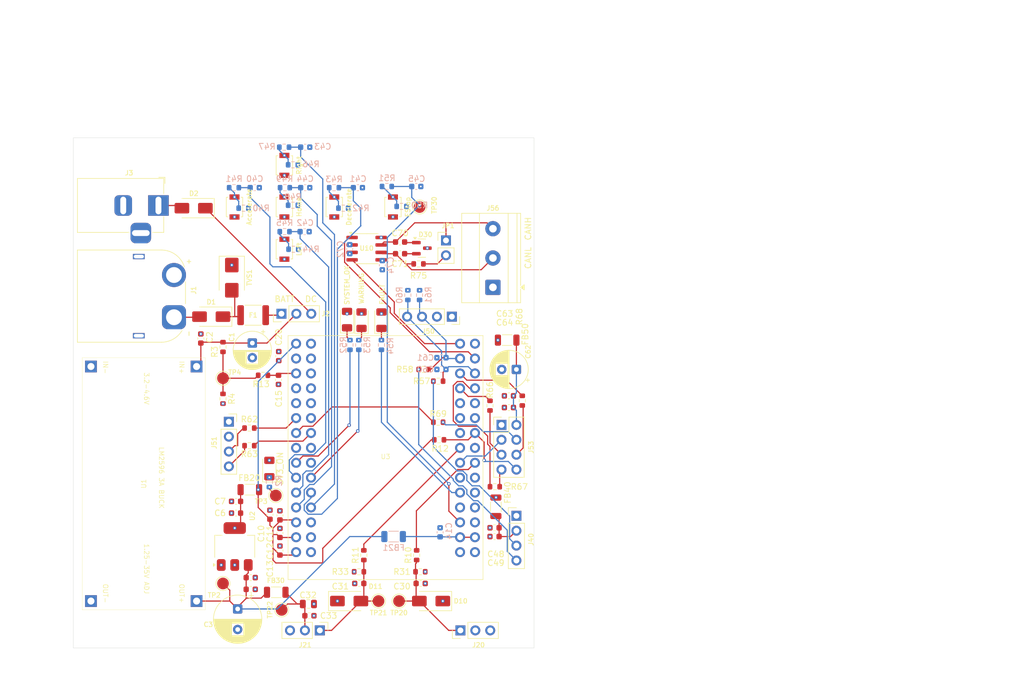
<source format=kicad_pcb>
(kicad_pcb (version 20241229) (generator "pcbnew") (generator_version "9.0")
  (layers (0 "F.Cu" signal) (4 "In1.Cu" jumper "GND") (6 "In2.Cu" power "PWR") (2 "B.Cu" mixed) (13 "F.Paste" user) (15 "B.Paste" user) (5 "F.SilkS" user "F.Silkscreen") (7 "B.SilkS" user "B.Silkscreen") (1 "F.Mask" user) (3 "B.Mask" user) (25 "Edge.Cuts" user))
  (net 0 "")
  (net 1 "/1_Power_Management/GND")
  (net 2 "/1_Power_Management/VBAT_PROTECTED")
  (net 3 "/1_Power_Management/5V_BUCK")
  (net 4 "/2_STM32_Module_Interface/3V3_MODULE")
  (net 5 "/2_STM32_Module_Interface/5V_MODULE")
  (net 6 "Net-(U3-C0)")
  (net 7 "/2_STM32_Module_Interface/PWM_ESC")
  (net 8 "/2_STM32_Module_Interface/PWM_SERVO")
  (net 9 "/3_Motor_ESC_Control/5V_SERVO_CLEAN")
  (net 10 "/2_STM32_Module_Interface/BTN_ACCELERATE")
  (net 11 "/2_STM32_Module_Interface/BTN_DECELERATE")
  (net 12 "/2_STM32_Module_Interface/BTN_STEER_LEFT")
  (net 13 "/2_STM32_Module_Interface/BTN_STEER_RIGHT")
  (net 14 "/2_STM32_Module_Interface/BTN_HOME")
  (net 15 "/2_STM32_Module_Interface/BTN_ESTOP")
  (net 16 "/4_User_Interface/3V3_OLED")
  (net 17 "/4_User_Interface/I2C1_SCL")
  (net 18 "/4_User_Interface/I2C1_SDA")
  (net 19 "/5_Communication_Interfaces/3V3_NRF")
  (net 20 "Net-(J56-Pin_3)")
  (net 21 "Net-(D30-A1)")
  (net 22 "Net-(J56-Pin_2)")
  (net 23 "Net-(D30-A2)")
  (net 24 "Net-(D1-A)")
  (net 25 "Net-(D1-K)")
  (net 26 "Net-(D2-A)")
  (net 27 "Net-(D2-K)")
  (net 29 "Net-(J40-Pin_3)")
  (net 30 "Net-(J40-Pin_4)")
  (net 31 "Net-(J51-Pin_3)")
  (net 32 "Net-(J51-Pin_4)")
  (net 33 "/2_STM32_Module_Interface/NRF_CE")
  (net 34 "Net-(J53-Pin_4)")
  (net 35 "/2_STM32_Module_Interface/SPI1_MISO")
  (net 36 "Net-(J53-Pin_6)")
  (net 37 "/2_STM32_Module_Interface/NRF_IRQ")
  (net 38 "Net-(J53-Pin_5)")
  (net 40 "Net-(JP1-Pin_2)")
  (net 41 "/4_User_Interface/3V3_OUT")
  (net 42 "Net-(LED2-K)")
  (net 43 "Net-(LED20-K)")
  (net 44 "Net-(LED21-K)")
  (net 45 "Net-(LED22-K)")
  (net 46 "/1_Power_Management/VBAT_MON")
  (net 47 "Net-(U3-A9)")
  (net 48 "Net-(U3-A10)")
  (net 49 "/4_User_Interface/BTN1_PULLED_UP")
  (net 50 "/4_User_Interface/BTN2_PULLED_UP")
  (net 51 "/4_User_Interface/BTN3_PULLED_UP")
  (net 52 "/4_User_Interface/BTN4_PULLED_UP")
  (net 53 "/4_User_Interface/BTN5_PULLED_UP")
  (net 54 "/4_User_Interface/BTN6_PULLED_UP")
  (net 55 "/2_STM32_Module_Interface/USER_LED1")
  (net 56 "/2_STM32_Module_Interface/USER_LED2")
  (net 57 "/2_STM32_Module_Interface/USER_LED3")
  (net 58 "/5_Communication_Interfaces/USART2_TX")
  (net 59 "/5_Communication_Interfaces/USART2_RX")
  (net 60 "/2_STM32_Module_Interface/SPI1_SCK")
  (net 61 "/2_STM32_Module_Interface/SPI1_MOSI")
  (net 62 "/2_STM32_Module_Interface/SPI1_NSS")
  (net 63 "/2_STM32_Module_Interface/CAN1_TX")
  (net 75 "/2_STM32_Module_Interface/CAN1_RX")
  (net 88 "Net-(J53-Pin_7)")
  (net 89 "Net-(J2-Pin_2)")
  (footprint "Resistor_SMD:R_0603_1608Metric" (layer "F.Cu") (at 98.675 137 180)
    (property "Reference" "R33")
    (property "Value" "10K" (hide yes))
  )
  (footprint "Capacitor_SMD:C_0603_1608Metric" (layer "F.Cu") (at 80.225 138)
    (property "Reference" "C5" (hide yes))
    (property "Value" "10uF/25V" (hide yes))
  )
  (footprint "Capacitor_SMD:C_0603_1608Metric" (layer "F.Cu") (at 124.225 109 180)
    (property "Reference" "C64")
    (property "Value" "0.1uF" (hide yes))
  )
  (footprint "TestPoint:TestPoint_Pad_D2.0mm" (layer "F.Cu") (at 85.5 143.5 180)
    (property "Reference" "TP22")
    (property "Value" "TP_SERVO_CLEAN" (hide yes))
  )
  (footprint "Capacitor_SMD:C_0603_1608Metric" (layer "F.Cu") (at 105.675 80.77 180)
    (property "Reference" "C70")
    (property "Value" "0.1uF" (hide yes))
  )
  (footprint "Capacitor_SMD:C_0603_1608Metric" (layer "F.Cu") (at 121.775 131 180)
    (property "Reference" "C49")
    (property "Value" "0.1uF" (hide yes))
  )
  (footprint "Connector_PinSocket_2.54mm:PinSocket_2x04_P2.54mm_Vertical" (layer "F.Cu") (at 124.96 111.96)
    (property "Reference" "J53")
    (property "Value" "NRF24_PA_LNA" (hide yes))
  )
  (footprint "LED_SMD:LED_1206_3216Metric" (layer "F.Cu") (at 96.637705 94 90)
    (property "Reference" "LED20" (hide yes))
    (property "Value" "SYSTEM_OK")
  )
  (footprint "Fuse:Fuse_1812_4532Metric" (layer "F.Cu") (at 80.6375 93.25)
    (property "Reference" "F1")
    (property "Value" "1A" (hide yes))
  )
  (footprint "TestPoint:TestPoint_Pad_D2.0mm" (layer "F.Cu") (at 75.5 104 180)
    (property "Reference" "TP4")
    (property "Value" "TP_VBAT_MON" (hide yes))
  )
  (footprint "Capacitor_SMD:C_0603_1608Metric" (layer "F.Cu") (at 85 100.225 -90)
    (property "Reference" "C20")
    (property "Value" "1uF" (hide yes))
  )
  (footprint "Button_Switch_SMD:SW_SPST_B3U-1000P" (layer "F.Cu") (at 85.9625 67.7 90)
    (property "Reference" "SW4" (hide yes))
    (property "Value" "Right")
  )
  (footprint "Resistor_SMD:R_0603_1608Metric" (layer "F.Cu") (at 80 115.5 180)
    (property "Reference" "R63")
    (property "Value" "100" (hide yes))
  )
  (footprint "Capacitor_SMD:C_0603_1608Metric" (layer "F.Cu") (at 121.775 129.5 180)
    (property "Reference" "C48")
    (property "Value" "10uF" (hide yes))
  )
  (footprint "Resistor_SMD:R_0603_1608Metric" (layer "F.Cu") (at 108.825 84.5)
    (property "Reference" "R75")
    (property "Value" "120" (hide yes))
  )
  (footprint "Capacitor_SMD:C_0603_1608Metric" (layer "F.Cu") (at 77.725 125 180)
    (property "Reference" "C7")
    (property "Value" "0.1uF" (hide yes))
  )
  (footprint "Capacitor_SMD:C_0603_1608Metric" (layer "F.Cu") (at 98.725 139 180)
    (property "Reference" "C31")
    (property "Value" "100pF" (hide yes))
  )
  (footprint "Button_Switch_SMD:SW_SPST_B3U-1000P" (layer "F.Cu") (at 94.4625 74.8 90)
    (property "Reference" "SW2" (hide yes))
    (property "Value" "Decelerate")
  )
  (footprint "Capacitor_SMD:C_0603_1608Metric" (layer "F.Cu") (at 84.96 104.275 -90)
    (property "Reference" "C15")
    (property "Value" "0.1uF" (hide yes))
  )
  (footprint "Resistor_SMD:R_0603_1608Metric" (layer "F.Cu") (at 112.175 111.5)
    (property "Reference" "R69")
    (property "Value" "47" (hide yes))
  )
  (footprint "Capacitor_SMD:C_0603_1608Metric" (layer "F.Cu") (at 85.2 127.385 90)
    (property "Reference" "C11")
    (property "Value" "0.1uF" (hide yes))
  )
  (footprint "Diode_SMD:D_SMA" (layer "F.Cu") (at 73.5 93.5 180)
    (property "Reference" "D1")
    (property "Value" "SS34" (hide yes))
  )
  (footprint "Button_Switch_SMD:SW_SPST_B3U-1000P" (layer "F.Cu") (at 85.9625 82 90)
    (property "Reference" "SW3" (hide yes))
    (property "Value" "Left")
  )
  (footprint "Resistor_SMD:R_0603_1608Metric" (layer "F.Cu") (at 109.135 137)
    (property "Reference" "R31")
    (property "Value" "10K" (hide yes))
  )
  (footprint "Inductor_SMD:L_1206_3216Metric" (layer "F.Cu") (at 123.925 97.5)
    (property "Reference" "FB50")
    (property "Value" "600R@100MHz" (hide yes))
  )
  (footprint "Connector_PinHeader_2.54mm:PinHeader_1x04_P2.54mm_Vertical" (layer "F.Cu") (at 125.5 127.46)
    (property "Reference" "J40")
    (property "Value" "OLED_I2C" (hide yes))
  )
  (footprint "Custom_Modules:WeAct_STM32F405" (layer "F.Cu") (at 103.2 138.33)
    (property "Reference" "U3")
    (property "Value" "WeAct STM32F405RG" (hide yes))
  )
  (footprint "Resistor_SMD:R_0603_1608Metric" (layer "F.Cu") (at 121.825 122.5)
    (property "Reference" "R67")
    (property "Value" "47" (hide yes))
  )
  (footprint "Capacitor_THT:CP_Radial_D6.3mm_P2.50mm" (layer "F.Cu") (at 125.5 102.5 180)
    (property "Reference" "C62")
    (property "Value" "220uF/10V" (hide yes))
  )
  (footprint "Connector_PinHeader_2.54mm:PinHeader_1x03_P2.54mm_Vertical" (layer "F.Cu") (at 115.96 147 90)
    (property "Reference" "J20")
    (property "Value" "ESC_HEADER" (hide yes))
  )
  (footprint "Resistor_SMD:R_0603_1608Metric" (layer "F.Cu") (at 112.325 114.5)
    (property "Reference" "R12")
    (property "Value" "10K" (hide yes))
  )
  (footprint "Button_Switch_SMD:SW_SPST_B3U-1000P" (layer "F.Cu") (at 104.4625 74.8 90)
    (property "Reference" "SW6" (hide yes))
    (property "Value" "EStop")
  )
  (footprint "Connector_PinHeader_2.54mm:PinHeader_1x03_P2.54mm_Vertical" (layer "F.Cu") (at 85.46 93 90)
    (property "Reference" "J2")
    (property "Value" "Conn_01x03_Pin" (hide yes))
  )
  (footprint "TestPoint:TestPoint_Pad_D2.0mm" (layer "F.Cu") (at 84.5 124)
    (property "Reference" "TP3")
    (property "Value" "3V3_OUT" (hide yes))
  )
  (footprint "Capacitor_THT:CP_Radial_D8.0mm_P3.50mm" (layer "F.Cu") (at 78 143.347349 -90)
    (property "Reference" "C3")
    (property "Value" "220uF/10V" (hide yes))
  )
  (footprint "Button_Switch_SMD:SW_SPST_B3U-1000P" (layer "F.Cu") (at 85.9625 74.8 90)
    (property "Reference" "SW5" (hide yes))
    (property "Value" "Home")
  )
  (footprint "Resistor_SMD:R_0603_1608Metric" (layer "F.Cu") (at 99.5 134.175 90)
    (property "Reference" "R11")
    (property "Value" "100R" (hide yes))
  )
  (footprint "Resistor_SMD:R_0603_1608Metric" (layer "F.Cu") (at 75.5 98.675 90)
    (property "Reference" "R3")
    (property "Value" "10K" (hide yes))
  )
  (footprint "Connector_BarrelJack:BarrelJack_Horizontal" (layer "F.Cu") (at 64.5 74.5425)
    (property "Reference" "J3")
    (property "Value" "DC_JACK_5.5x2.1" (hide yes))
  )
  (footprint "Capacitor_SMD:C_0603_1608Metric" (layer "F.Cu") (at 105.675 82.77 180)
    (property "Reference" "C71")
    (property "Value" "0.1uF" (hide yes))
  )
  (footprint "LED_SMD:LED_1206_3216Metric" (layer "F.Cu") (at 102.5 94.1 90)
    (property "Reference" "LED22" (hide yes))
    (property "Value" "FAULT")
  )
  (footprint "Resistor_SMD:R_0603_1608Metric" (layer "F.Cu") (at 112.175 104.5 180)
    (property "Reference" "R57")
    (property "Value" "100" (hide yes))
  )
  (footprint "Capacitor_SMD:C_0603_1608Metric" (layer "F.Cu") (at 85.2 133.385 90)
    (property "Reference" "C13")
    (property "Value" "0.1uF" (hide yes))
  )
  (footprint "Diode_SMD:D_SMB" (layer "F.Cu") (at 77 86.85 -90)
    (property "Reference" "TVS1")
    (property "Value" "SMBJ15CA" (hide yes))
  )
  (footprint "Resistor_SMD:R_0603_1608Metric" (layer "F.Cu") (at 75.5 107.5 90)
    (property "Reference" "R4")
    (property "Value" "3.3K" (hide yes))
  )
  (footprint "Resistor_SMD:R_0603_1608Metric" (layer "F.Cu") (at 121 108.675 -90)
    (property "Reference" "R66")
    (property "Value" "47" (hide yes))
  )
  (footprint "Capacitor_SMD:C_0603_1608Metric" (layer "F.Cu") (at 85.2 130.385 90)
    (property "Reference" "C12")
    (property "Value" "0.1uF" (hide yes))
  )
  (footprint "Resistor_SMD:R_0603_1608Metric" (layer "F.Cu") (at 82.325 103.5)
    (property "Reference" "R13")
    (property "Value" "1KR" (hide yes))
  )
  (footprint "Package_TO_SOT_SMD:SOT-23" (layer "F.Cu") (at 109.3875 81.82)
    (property "Reference" "D30")
    (property "Value" "PESD1CAN" (hide yes))
  )
  (footprint "Resistor_SMD:R_0603_1608Metric" (layer "F.Cu") (at 108.5 134.175 90)
    (property "Reference" "R10")
    (property "Value" "100R" (hide yes))
  )
  (footprint "Capacitor_THT:CP_Radial_D6.3mm_P2.50mm" (layer "F.Cu") (at 80.5 98 -90)
    (property "Reference" "C1")
    (property "Value" "100uF/25V" (hide yes))
  )
  (footprint "Package_TO_SOT_SMD:SOT-223-3_TabPin2" (layer "F.Cu") (at 77.5 132.7 90)
    (property "Reference" "U2")
    (property "Value" "AMS1117-3.3" (hide yes))
  )
  (footprint "Capacitor_SMD:C_0603_1608Metric" (layer "F.Cu") (at 83.5 127.275 90)
    (property "Reference" "C10")
    (property "Value" "10uF" (hide yes))
  )
  (footprint "Capacitor_SMD:C_0603_1608Metric" (layer "F.Cu") (at 124.225 107 180)
    (property "Reference" "C63")
    (property "Value" "10uF" (hide yes))
  )
  (footprint "LED_SMD:LED_1206_3216Metric" (layer "F.Cu") (at 99.107705 94.1 90)
    (property "Reference" "LED21" (hide yes))
    (property "Value" "WARNING")
  )
  (footprint "Diode_SMD:D_SMA" (layer "F.Cu") (at 97 142)
    (property "Reference" "D11")
    (property "Value" "SMAJ5.0CA" (hide yes))
  )
  (footprint "TestPoint:TestPoint_Pad_D2.0mm" (layer "F.Cu") (at 105.5 142 -90)
    (property "Reference" "TP20")
    (property "Value" "TP_ESC_PWM" (hide yes))
  )
  (footprint "Capacitor_SMD:C_0603_1608Metric" (layer "F.Cu") (at 71.725 97.225 90)
    (property "Reference" "C2")
    (property "Value" "100nF/25V" (hide yes))
  )
  (footprint "Inductor_SMD:L_1206_3216Metric" (layer "F.Cu") (at 122 125.925 90)
    (property "Reference" "FB40")
    (property "Value" "600R@100MHz" (hide yes))
  )
  (footprint "Package_SO:SOIC-8_3.9x4.9mm_P1.27mm" (layer "F.Cu") (at 99.975 81.905)
    (property "Reference" "U10")
    (property "Value" "TJA1051T-3" (hide yes))
  )
  (footprint "Capacitor_SMD:C_0603_1608Metric" (layer "F.Cu") (at 90.225 144.5)
    (property "Reference" "C33")
    (property "Value" "10uF" (hide yes))
  )
  (footprint "Button_Switch_SMD:SW_SPST_B3U-1000P" (layer "F.Cu") (at 77.4625 74.8 90)
    (property "Reference" "SW1" (hide yes))
    (property "Value" "Accelerate")
  )
  (footprint "Capacitor_SMD:C_0603_1608Metric" (layer "F.Cu") (at 109.185 139)
    (property "Reference" "C30")
    (property "Value" "100pF" (hide yes))
  )
  (footprint "Capacitor_SMD:C_0603_1608Metric" (layer "F.Cu") (at 77.725 127 180)
    (property "Reference" "C6")
    (property "Value" "10uF/25V" (hide yes))
  )
  (footprint "Inductor_SMD:L_1206_3216Metric" (layer "F.Cu") (at 84.575 140.5)
    (property "Reference" "FB30")
    (property "Value" "600R@100MHz" (hide yes))
  )
  (footprint "TestPoint:TestPoint_Pad_D2.0mm" (layer "F.Cu") (at 102 142 -90)
    (property "Reference" "TP21")
    (property "Value" "TP_SERVO_PWM" (hide yes))
  )
  (footprint "Capacitor_SMD:C_0603_1608Metric" (layer "F.Cu") (at 80.225 140)
    (property "Reference" "C4" (hide yes))
    (property "Value" "100nF/25V" (hide yes))
  )
  (footprint "Inductor_SMD:L_1206_3216Metric" (layer "F.Cu") (at 80.075 123)
    (property "Reference" "FB20")
    (property "Value" "600R@100MHz" (hide yes))
  )
  (footprint "TestPoint:TestPoint_Pad_D2.0mm" (layer "F.Cu") (at 75.5 139 180)
    (property "Reference" "TP2")
    (property "Value" "TP_5V" (hide yes))
  )
  (footprint "TestPoint:TestPoint_Pad_D2.0mm" (layer "F.Cu") (at 109 74.8)
    (property "Reference" "TP30")
    (property "Value" "ESTOP" (hide yes))
  )
  (footprint "Resistor_SMD:R_0603_1608Metric" (layer "F.Cu") (at 126.5 107.825 -90)
    (property "Reference" "R68")
    (property "Value" "47" (hide yes))
  )
  (footprint "Connector_AMASS:AMASS_XT60PW-M_1x02_P7.20mm_Horizontal" (layer "F.Cu") (at 67.15 93.6 90)
    (property "Reference" "J1")
    (property "Value" "XT60PW-M" (hide yes))
  )
  (footprint "Capacitor_SMD:C_0805_2012Metric" (layer "F.Cu") (at 90.05 142.5)
    (property "Reference" "C32")
    (property "Value" "100uF/10V" (hide yes))
  )
  (footprint "Connector_PinHeader_2.54mm:PinHeader_1x03_P2.54mm_Vertical" (layer "F.Cu") (at 92 147 -90)
    (property "Reference" "J21")
    (property "Value" "SERVO_HEADER" (hide yes))
  )
  (footprint "Connector_PinSocket_2.54mm:PinSocket_1x04_P2.54mm_Vertical" (layer "F.Cu") (at 76.5 111.42)
    (property "Reference" "J51")
    (property "Value" "UART2_DEBUG" (hide yes))
  )
  (footprint "Connector_PinHeader_2.54mm:PinHeader_1x02_P2.54mm_Vertical" (layer "F.Cu") (at 113.5 80.5)
    (property "Reference" "JP1")
    (property "Value" "CAN_TERM" (hide yes))
  )
  (footprint "TerminalBlock_Phoenix:TerminalBlock_Phoenix_MKDS-1,5-3_1x03_P5.00mm_Horizontal" (layer "F.Cu") (at 121.5 88.5 90)
    (property "Reference" "J56")
    (property "Value" "Screw_Terminal_01x03" (hide yes))
  )
  (footprint "LED_SMD:LED_1206_3216Metric" (layer "F.Cu") (at 83.4 119.4 90)
    (property "Reference" "LED2" (hide yes))
    (property "Value" "3V3_ON")
  )
  (footprint "Custom_Modules:LM2596_Module" (layer "F.Cu") (at 62 122 -90)
    (property "Reference" "U1")
    (property "Value" "LM2596_Module" (hide yes))
  )
  (footprint "Resistor_SMD:R_0603_1608Metric" (layer "F.Cu") (at 109.675 102.5 180)
    (property "Reference" "R58")
    (property "Value" "100" (hide yes))
  )
  (footprint "Connector_PinSocket_2.54mm:PinSocket_1x04_P2.54mm_Vertical" (layer "F.Cu") (at 114.5 93.5 -90)
    (property "Reference" "J50")
    (property "Value" "I2C_EXP" (hide yes))
  )
  (footprint "Resistor_SMD:R_0603_1608Metric" (layer "F.Cu") (at 80 112.5 180)
    (property "Reference" "R62")
    (property "Value" "100" (hide yes))
  )
  (footprint "Diode_SMD:D_SMA" (layer "F.Cu") (at 70.5 75 180)
    (property "Reference" "D2")
    (property "Value" "SS34" (hide yes))
  )
  (footprint "Diode_SMD:D_SMA" (layer "F.Cu") (at 110.96 142 180)
    (property "Reference" "D10")
    (property "Value" "SMAJ5.0CA" (hide yes))
  )
  (footprint "Capacitor_SMD:C_0603_1608Metric" (layer "B.Cu") (at 89.5125 71.5)
    (property "Reference" "C44")
    (property "Value" "0.1uF")
  )
  (footprint "Capacitor_SMD:C_0603_1608Metric" (layer "B.Cu") (at 89.4125 79)
    (property "Reference" "C42")
    (property "Value" "0.1uF")
  )
  (footprint "Resistor_SMD:R_0603_1608Metric" (layer "B.Cu") (at 87.5 82 180)
    (property "Reference" "R44")
    (property "Value" "10K")
  )
  (footprint "Resistor_SMD:R_0603_1608Metric" (layer "B.Cu") (at 103.425 71.3 180)
    (property "Reference" "R51")
    (property "Value" "100")
  )
  (footprint "Resistor_SMD:R_0603_1608Metric" (layer "B.Cu") (at 86.05 71.5 180)
    (property "Reference" "R49")
    (property "Value" "100")
  )
  (footprint "Capacitor_SMD:C_0603_1608Metric" (layer "B.Cu") (at 80.9125 71.5)
    (property "Reference" "C40")
    (property "Value" "0.1uF")
  )
  (footprint "Capacitor_SMD:C_0603_1608Metric" (layer "B.Cu") (at 112.725 100.5 180)
    (property "Reference" "C61")
    (property "Value" "100pF" (hide yes))
  )
  (footprint "Resistor_SMD:R_0603_1608Metric" (layer "B.Cu") (at 107 89.825 -90)
    (property "Reference" "R60")
    (property "Value" "4.7K" (hide yes))
  )
  (footprint "Resistor_SMD:R_0603_1608Metric" (layer "B.Cu") (at 97.137705 98.325 90)
    (property "Reference" "R52")
    (property "Value" "330" (hide yes))
  )
  (footprint "Capacitor_SMD:C_0603_1608Metric" (layer "B.Cu") (at 98.4875 71.5)
    (property "Reference" "C41")
    (property "Value" "0.1uF")
  )
  (footprint "Resistor_SMD:R_0603_1608Metric" (layer "B.Cu") (at 96 75 180)
    (property "Reference" "R42")
    (property "Value" "10K")
  )
  (footprint "Resistor_SMD:R_0603_1608Metric" (layer "B.Cu") (at 83.4 121.725 90)
    (property "Reference" "R2")
    (property "Value" "330" (hide yes))
  )
  (footprint "Capacitor_SMD:C_0603_1608Metric" (layer "B.Cu") (at 112.5 130.275 90)
    (property "Reference" "C14")
    (property "Value" "10uF" (hide yes))
  )
  (footprint "Resistor_SMD:R_0603_1608Metric" (layer "B.Cu") (at 102.5 98.325 90)
    (property "Reference" "R54")
    (property "Value" "330" (hide yes))
  )
  (footprint "Resistor_SMD:R_0603_1608Metric" (layer "B.Cu") (at 94.425 71.5 180)
    (property "Reference" "R43")
    (property "Value" "100")
  )
  (footprint "Resistor_SMD:R_0603_1608Metric" (layer "B.Cu") (at 105.925 74.7 180)
    (property "Reference" "R50")
    (property "Value" "10K")
  )
  (footprint "Capacitor_SMD:C_0603_1608Metric" (layer "B.Cu") (at 102.65 84.725 90)
    (property "Reference" "C74")
    (property "Value" "0.1uF" (hide yes))
  )
  (footprint "Capacitor_SMD:C_0603_1608Metric" (layer "B.Cu") (at 108.4375 71.3)
    (property "Reference" "C45")
    (property "Value" "0.1uF")
  )
  (footprint "Resistor_SMD:R_0603_1608Metric" (layer "B.Cu") (at 98.637705 98.325 90)
    (property "Reference" "R53")
    (property "Value" "330" (hide yes))
  )
  (footprint "Resistor_SMD:R_0603_1608Metric" (layer "B.Cu") (at 109 89.825 -90)
    (property "Reference" "R61")
    (property "Value" "4.7K" (hide yes))
  )
  (footprint "Resistor_SMD:R_0603_1608Metric" (layer "B.Cu") (at 79 75 180)
    (property "Reference" "R40")
    (property "Value" "10K")
  )
  (footprint "Resistor_SMD:R_0603_1608Metric" (layer "B.Cu") (at 77.375 71.5 180)
    (property "Reference" "R41")
    (property "Value" "100")
  )
  (footprint "Capacitor_SMD:C_0603_1608Metric" (layer "B.Cu") (at 89.5125 64.6)
    (property "Reference" "C43")
    (property "Value" "0.1uF")
  )
  (footprint "Resistor_SMD:R_0603_1608Metric" (layer "B.Cu") (at 87.425 74.5 180)
    (property "Reference" "R48")
    (property "Value" "10K")
  )
  (footprint "Capacitor_SMD:C_0603_1608Metric" (layer "B.Cu") (at 97.1 81.995 90)
    (property "Reference" "C72")
    (property "Value" "0.1uF" (hide yes))
  )
  (footprint "Resistor_SMD:R_0603_1608Metric" (layer "B.Cu") (at 87.425 67.6 180)
    (property "Reference" "R46")
    (property "Value" "10K")
  )
  (footprint "Resistor_SMD:R_0603_1608Metric" (layer "B.Cu") (at 85.925 64.6 180)
    (property "Reference" "R47")
    (property "Value" "100")
  )
  (footprint "Resistor_SMD:R_0603_1608Metric" (layer "B.Cu") (at 86 79 180)
    (property "Reference" "R45")
    (property "Value" "100")
  )
  (footprint "Capacitor_SMD:C_0603_1608Metric" (layer "B.Cu") (at 112.725 102.5 180)
    (property "Reference" "C60")
    (property "Value" "100pF" (hide yes))
  )
  (footprint "Inductor_SMD:L_1206_3216Metric" (layer "B.Cu") (at 104.575 131)
    (property "Reference" "FB21")
    (property "Value" "600R@100MHz" (hide yes))
  )
  (gr_rect (start 50 63) (end 128.5 150) (stroke (width 0.05)) (fill no) (layer "Edge.Cuts"))
  (via (at 109.96 137) (size 0.6) (drill 0.3) (layers "F.Cu" "B.Cu") (net 1))
  (via (at 81 138) (size 0.6) (drill 0.3) (layers "F.Cu" "B.Cu") (net 1))
  (via (at 123.45 107) (size 0.6) (drill 0.3) (layers "F.Cu" "B.Cu") (net 1))
  (via (at 90.2875 64.6) (size 0.6) (drill 0.3) (layers "F.Cu" "B.Cu") (net 1))
  (via (at 81.6875 71.5) (size 0.6) (drill 0.3) (layers "F.Cu" "B.Cu") (net 1))
  (via (at 75.2 135.85) (size 0.6) (drill 0.3) (layers "F.Cu" "B.Cu") (net 1))
  (via (at 84.96 105.05) (size 0.6) (drill 0.3) (layers "F.Cu" "B.Cu") (net 1))
  (via (at 81 140) (size 0.6) (drill 0.3) (layers "F.Cu" "B.Cu") (net 1))
  (via (at 96.637705 93) (size 0.6) (drill 0.3) (layers "F.Cu" "B.Cu") (net 1))
  (via (at 102.65 85.5) (size 0.6) (drill 0.3) (layers "F.Cu" "B.Cu") (net 1))
  (via (at 91 144.5) (size 0.6) (drill 0.3) (layers "F.Cu" "B.Cu") (net 1))
  (via (at 76.95 125) (size 0.6) (drill 0.3) (layers "F.Cu" "B.Cu") (net 1))
  (via (at 121 129.5) (size 0.6) (drill 0.3) (layers "F.Cu" "B.Cu") (net 1))
  (via (at 85.9625 69.4) (size 0.6) (drill 0.3) (layers "F.Cu" "B.Cu") (net 1))
  (via (at 75.5 108.325) (size 0.6) (drill 0.3) (layers "F.Cu" "B.Cu") (net 1))
  (via (at 85.2 132.61) (size 0.6) (drill 0.3) (layers "F.Cu" "B.Cu") (net 1))
  (via (at 76.95 127) (size 0.6) (drill 0.3) (layers "F.Cu" "B.Cu") (net 1))
  (via (at 90.2875 71.5) (size 0.6) (drill 0.3) (layers "F.Cu" "B.Cu") (net 1))
  (via (at 85 99.45) (size 0.6) (drill 0.3) (layers "F.Cu" "B.Cu") (net 1))
  (via (at 95 142) (size 0.6) (drill 0.3) (layers "F.Cu" "B.Cu") (net 1))
  (via (at 111.95 102.5) (size 0.6) (drill 0.3) (layers "F.Cu" "B.Cu") (net 1))
  (via (at 112.5 129.5) (size 0.6) (drill 0.3) (layers "F.Cu" "B.Cu") (net 1))
  (via (at 123.45 109) (size 0.6) (drill 0.3) (layers "F.Cu" "B.Cu") (net 1))
  (via (at 102.45 80) (size 0.6) (drill 0.3) (layers "F.Cu" "B.Cu") (net 1))
  (via (at 104.4625 76.5) (size 0.6) (drill 0.3) (layers "F.Cu" "B.Cu") (net 1))
  (via (at 99.2625 71.5) (size 0.6) (drill 0.3) (layers "F.Cu" "B.Cu") (net 1))
  (via (at 97.95 139) (size 0.6) (drill 0.3) (layers "F.Cu" "B.Cu") (net 1))
  (via (at 102.5 93) (size 0.6) (drill 0.3) (layers "F.Cu" "B.Cu") (net 1))
  (via (at 83.5 126.5) (size 0.6) (drill 0.3) (layers "F.Cu" "B.Cu") (net 1))
  (via (at 109.2125 71.3) (size 0.6) (drill 0.3) (layers "F.Cu" "B.Cu") (net 1))
  (via (at 85.2 129.61) (size 0.6) (drill 0.3) (layers "F.Cu" "B.Cu") (net 1))
  (via (at 85.2 126.61) (size 0.6) (drill 0.3) (layers "F.Cu" "B.Cu") (net 1))
  (via (at 77.4625 76.5) (size 0.6) (drill 0.3) (layers "F.Cu" "B.Cu") (net 1))
  (via (at 112.96 142) (size 0.6) (drill 0.3) (layers "F.Cu" "B.Cu") (net 1))
  (via (at 110.325 81.82) (size 0.6) (drill 0.3) (layers "F.Cu" "B.Cu") (net 1))
  (via (at 94.4625 76.5) (size 0.6) (drill 0.3) (layers "F.Cu" "B.Cu") (net 1))
  (via (at 91 142.5) (size 0.6) (drill 0.3) (layers "F.Cu" "B.Cu") (net 1))
  (via (at 77 84.7) (size 0.6) (drill 0.3) (layers "F.Cu" "B.Cu") (net 1))
  (via (at 109.96 139) (size 0.6) (drill 0.3) (layers "F.Cu" "B.Cu") (net 1))
  (via (at 111.95 100.5) (size 0.6) (drill 0.3) (layers "F.Cu" "B.Cu") (net 1))
  (via (at 99.107705 93) (size 0.6) (drill 0.3) (layers "F.Cu" "B.Cu") (net 1))
  (via (at 83.4 118) (size 0.6) (drill 0.3) (layers "F.Cu" "B.Cu") (net 1))
  (via (at 85.9625 76.5) (size 0.6) (drill 0.3) (layers "F.Cu" "B.Cu") (net 1))
  (via (at 121 131) (size 0.6) (drill 0.3) (layers "F.Cu" "B.Cu") (net 1))
  (via (at 85.9625 83.7) (size 0.6) (drill 0.3) (layers "F.Cu" "B.Cu") (net 1))
  (via (at 90.1875 79) (size 0.6) (drill 0.3) (layers "F.Cu" "B.Cu") (net 1))
  (via (at 71.725 96.45) (size 0.6) (drill 0.3) (layers "F.Cu" "B.Cu") (net 1))
  (via (at 97.85 137) (size 0.6) (drill 0.3) (layers "F.Cu" "B.Cu") (net 1))
  (via (at 97.1 81.22) (size 0.6) (drill 0.3) (layers "F.Cu" "B.Cu") (net 1))
  (segment (start 85.21 93.25) (end 85.46 93) (width 0.2) (layer "F.Cu") (net 2))
  (segment (start 82.775 93.25) (end 85.21 93.25) (width 0.2) (layer "F.Cu") (net 2))
  (segment (start 82 141.5) (end 83 140.5) (width 0.2) (layer "F.Cu") (net 3))
  (segment (start 79.45 138) (end 79.45 137.55) (width 0.2) (layer "F.Cu") (net 3))
  (segment (start 71 142) (end 76.652651 142) (width 0.2) (layer "F.Cu") (net 3))
  (segment (start 80 136.05) (end 79.8 135.85) (width 0.2) (layer "F.Cu") (net 3))
  (segment (start 79.45 141.55) (end 79.45 140) (width 0.2) (layer "F.Cu") (net 3))
  (segment (start 79.45 140) (end 79.45 138) (width 0.2) (layer "F.Cu") (net 3))
  (segment (start 79.8 137.2) (end 79.8 135.85) (width 0.2) (layer "F.Cu") (net 3))
  (segment (start 79.5 141.5) (end 82 141.5) (width 0.2) (layer "F.Cu") (net 3))
  (segment (start 76.652651 140.152651) (end 75.5 139) (width 0.2) (layer "F.Cu") (net 3))
  (segment (start 79.45 141.55) (end 79.5 141.5) (width 0.2) (layer "F.Cu") (net 3))
  (segment (start 78 143.347349) (end 78 143) (width 0.2) (layer "F.Cu") (net 3))
  (segment (start 76.652651 142) (end 78 143.347349) (width 0.2) (layer "F.Cu") (net 3))
  (segment (start 79.45 137.55) (end 79.8 137.2) (width 0.2) (layer "F.Cu") (net 3))
  (segment (start 78 143) (end 79.45 141.55) (width 0.2) (layer "F.Cu") (net 3))
  (segment (start 76.652651 142) (end 76.652651 140.152651) (width 0.2) (layer "F.Cu") (net 3))
  (segment (start 78 143.347349) (end 84.752708 143.347349) (width 0.2) (layer "B.Cu") (net 3))
  (segment (start 84.752708 143.347349) (end 97.100057 131) (width 0.2) (layer "B.Cu") (net 3))
  (segment (start 97.100057 131) (end 103 131) (width 0.2) (layer "B.Cu") (net 3))
  (segment (start 92.5 135.5) (end 92.5 133) (width 0.2) (layer "F.Cu") (net 4))
  (segment (start 84 130.66) (end 84 129.58489) (width 0.2) (layer "F.Cu") (net 4))
  (segment (start 85.2 134.16) (end 87.46 134.16) (width 0.2) (layer "F.Cu") (net 4))
  (segment (start 84.7 130.66) (end 85.2 131.16) (width 0.2) (layer "F.Cu") (net 4))
  (segment (start 92.5 133) (end 111 114.5) (width 0.2) (layer "F.Cu") (net 4))
  (segment (start 85.2 128.16) (end 87.54 128.16) (width 0.2) (layer "F.Cu") (net 4))
  (segment (start 87.46 134.16) (end 87.96 133.66) (width 0.2) (layer "F.Cu") (net 4))
  (segment (start 84 132.96) (end 84 130.66) (width 0.2) (layer "F.Cu") (net 4))
  (segment (start 85.2 134.16) (end 84.02 132.98) (width 0.2) (layer "F.Cu") (net 4))
  (segment (start 84.02 135.02) (end 84.5 135.5) (width 0.2) (layer "F.Cu") (net 4))
  (segment (start 84.5 135.5) (end 92.5 135.5) (width 0.2) (layer "F.Cu") (net 4))
  (segment (start 81.5 126.05) (end 83.5 128.05) (width 0.2) (layer "F.Cu") (net 4))
  (segment (start 87.54 128.16) (end 87.96 128.58) (width 0.2) (layer "F.Cu") (net 4))
  (segment (start 84 129.58489) (end 85.2 128.38489) (width 0.2) (layer "F.Cu") (net 4))
  (segment (start 87.92 131.16) (end 87.96 131.12) (width 0.2) (layer "F.Cu") (net 4))
  (segment (start 83.5 129.08489) (end 84 129.58489) (width 0.2) (layer "F.Cu") (net 4))
  (segment (start 81.5 123) (end 81.5 126.05) (width 0.2) (layer "F.Cu") (net 4))
  (segment (start 85.2 131.16) (end 87.92 131.16) (width 0.2) (layer "F.Cu") (net 4))
  (segment (start 84.02 132.98) (end 84 132.96) (width 0.2) (layer "F.Cu") (net 4))
  (segment (start 84 130.66) (end 84.7 130.66) (width 0.2) (layer "F.Cu") (net 4))
  (segment (start 84.02 132.98) (end 84.02 135.02) (width 0.2) (layer "F.Cu") (net 4))
  (segment (start 111 114.5) (end 111.5 114.5) (width 0.2) (layer "F.Cu") (net 4))
  (segment (start 83.5 128.05) (end 83.5 129.08489) (width 0.2) (layer "F.Cu") (net 4))
  (segment (start 85.2 128.38489) (end 85.2 128.16) (width 0.2) (layer "F.Cu") (net 4))
  (via (at 85.03 101.03) (size 0.6) (drill 0.3) (layers "F.Cu" "B.Cu") (net 4))
  (via (at 81.5 123) (size 0.6) (drill 0.3) (layers "F.Cu" "B.Cu") (net 4))
  (segment (start 81.5 123) (end 81.5 104.56) (width 0.2) (layer "B.Cu") (net 4))
  (segment (start 87.96 98.1) (end 85.03 101.03) (width 0.2) (layer "B.Cu") (net 4))
  (segment (start 81.5 104.56) (end 85.03 101.03) (width 0.2) (layer "B.Cu") (net 4))
  (segment (start 115.78 131) (end 115.9 131.12) (width 0.2) (layer "F.Cu") (net 5))
  (segment (start 118.44 131.12) (end 115.9 131.12) (width 0.2) (layer "F.Cu") (net 5))
  (segment (start 118.56 131) (end 118.44 131.12) (width 0.2) (layer "F.Cu") (net 5))
  (segment (start 115.83 131.05) (end 115.9 131.12) (width 0.2) (layer "B.Cu") (net 5))
  (segment (start 112.5 131.05) (end 115.83 131.05) (width 0.2) (layer "B.Cu") (net 5))
  (segment (start 112.45 131) (end 112.5 131.05) (width 0.2) (layer "B.Cu") (net 5))
  (segment (start 106.5 131) (end 112.45 131) (width 0.2) (layer "B.Cu") (net 5))
  (segment (start 85.28 103.18) (end 84.96 103.5) (width 0.2) (layer "F.Cu") (net 6))
  (segment (start 87.96 103.18) (end 85.28 103.18) (width 0.2) (layer "F.Cu") (net 6))
  (segment (start 83.15 103.5) (end 84.96 103.5) (width 0.2) (layer "F.Cu") (net 6))
  (segment (start 108.41 141.45) (end 108.96 142) (width 0.2) (layer "F.Cu") (net 7))
  (segment (start 105.5 142) (end 108.96 142) (width 0.2) (layer "F.Cu") (net 7))
  (segment (start 108.41 139) (end 108.41 141.45) (width 0.2) (layer "F.Cu") (net 7))
  (segment (start 108.46 135) (end 108.46 135.5) (width 0.2) (layer "F.Cu") (net 7))
  (segment (start 113.96 147) (end 115.96 147) (width 0.2) (layer "F.Cu") (net 7))
  (segment (start 108.41 137.45) (end 108.41 139) (width 0.2) (layer "F.Cu") (net 7))
  (segment (start 108.31 135.65) (end 108.31 137) (width 0.2) (layer "F.Cu") (net 7))
  (segment (start 108.96 142) (end 113.96 147) (width 0.2) (layer "F.Cu") (net 7))
  (segment (start 108.31 136.6375) (end 108.3475 136.6) (width 0.2) (layer "F.Cu") (net 7))
  (segment (start 108.31 137) (end 108.31 136.6375) (width 0.2) (layer "F.Cu") (net 7))
  (segment (start 108.31 137.35) (end 108.41 137.45) (width 0.2) (layer "F.Cu") (net 7))
  (segment (start 108.31 137) (end 108.31 137.35) (width 0.2) (layer "F.Cu") (net 7))
  (segment (start 108.46 135.5) (end 108.31 135.65) (width 0.2) (layer "F.Cu") (net 7))
  (segment (start 94 147) (end 92 147) (width 0.2) (layer "F.Cu") (net 8))
  (segment (start 99.5 139) (end 99.5 141.5) (width 0.2) (layer "F.Cu") (net 8))
  (segment (start 102 142) (end 99 142) (width 0.2) (layer "F.Cu") (net 8))
  (segment (start 99.5 137) (end 99.5 139) (width 0.2) (layer "F.Cu") (net 8))
  (segment (start 99 142) (end 94 147) (width 0.2) (layer "F.Cu") (net 8))
  (segment (start 99.5 141.5) (end 99 142) (width 0.2) (layer "F.Cu") (net 8))
  (segment (start 99.5 135) (end 99.5 137) (width 0.2) (layer "F.Cu") (net 8))
  (segment (start 89.45 144.5) (end 89.45 145.45) (width 0.2) (layer "F.Cu") (net 9))
  (segment (start 85.5 143.5) (end 86.5 142.5) (width 0.2) (layer "F.Cu") (net 9))
  (segment (start 89.55 146.91) (end 89.46 147) (width 0.2) (layer "F.Cu") (net 9))
  (segment (start 89.1 142.6) (end 89.45 142.95) (width 0.2) (layer "F.Cu") (net 9))
  (segment (start 86.5 142.5) (end 89.1 142.5) (width 0.2) (layer "F.Cu") (net 9))
  (segment (start 89.45 142.95) (end 89.45 144.5) (width 0.2) (layer "F.Cu") (net 9))
  (segment (start 88.15 142.5) (end 89.1 142.5) (width 0.2) (layer "F.Cu") (net 9))
  (segment (start 89.45 145.45) (end 89.46 145.46) (width 0.2) (layer "F.Cu") (net 9))
  (segment (start 89.46 145.46) (end 89.46 147) (width 0.2) (layer "F.Cu") (net 9))
  (segment (start 86.15 140.5) (end 88.15 142.5) (width 0.2) (layer "F.Cu") (net 9))
  (segment (start 89.1 142.5) (end 89.1 142.6) (width 0.2) (layer "F.Cu") (net 9))
  (segment (start 83.5 76.5) (end 83.4625 76.5) (width 0.2) (layer "B.Cu") (net 10))
  (segment (start 80.1375 73.175) (end 80.1375 71.5) (width 0.2) (layer "B.Cu") (net 10))
  (segment (start 90.97676 117.031) (end 91.651 116.35676) (width 0.2) (layer "B.Cu") (net 10))
  (segment (start 83.5 84.5) (end 83.5 76.5) (width 0.2) (layer "B.Cu") (net 10))
  (segment (start 83.4625 76.5) (end 80.1375 73.175) (width 0.2) (layer "B.Cu") (net 10))
  (segment (start 93 91) (end 87 85) (width 0.2) (layer "B.Cu") (net 10))
  (segment (start 87.96 120.96) (end 86.809 119.809) (width 0.2) (layer "B.Cu") (net 10))
  (segment (start 84 85) (end 83.5 84.5) (width 0.2) (layer "B.Cu") (net 10))
  (segment (start 87.72124 117.031) (end 90.97676 117.031) (width 0.2) (layer "B.Cu") (net 10))
  (segment (start 93 115) (end 93 91) (width 0.2) (layer "B.Cu") (net 10))
  (segment (start 86.809 117.94324) (end 87.72124 117.031) (width 0.2) (layer "B.Cu") (net 10))
  (segment (start 86.809 119.809) (end 86.809 117.94324) (width 0.2) (layer "B.Cu") (net 10))
  (segment (start 78.2 71.5) (end 80.1375 71.5) (width 0.2) (layer "B.Cu") (net 10))
  (segment (start 91.651 116.35676) (end 91.651 116.349) (width 0.2) (layer "B.Cu") (net 10))
  (segment (start 91.651 116.349) (end 93 115) (width 0.2) (layer "B.Cu") (net 10))
  (segment (start 87 85) (end 84 85) (width 0.2) (layer "B.Cu") (net 10))
  (segment (start 95.25 71.5) (end 97.7125 71.5) (width 0.2) (layer "B.Cu") (net 11))
  (segment (start 92.309 127.191) (end 95 124.5) (width 0.2) (layer "B.Cu") (net 11))
  (segment (start 95 82) (end 99 78) (width 0.2) (layer "B.Cu") (net 11))
  (segment (start 99 78) (end 98.9625 77.9625) (width 0.2) (layer "B.Cu") (net 11))
  (segment (start 95 124.5) (end 95 82) (width 0.2) (layer "B.Cu") (net 11))
  (segment (start 97.7125 71.5) (end 97.7125 73.75) (width 0.2) (layer "B.Cu") (net 11))
  (segment (start 89.349 125.56324) (end 89.349 126.51676) (width 0.2) (layer "B.Cu") (net 11))
  (segment (start 90.02324 127.191) (end 92.309 127.191) (width 0.2) (layer "B.Cu") (net 11))
  (segment (start 90.5 123.5) (end 90.5 124.41224) (width 0.2) (layer "B.Cu") (net 11))
  (segment (start 97.7125 73.75) (end 98.9625 75) (width 0.2) (layer "B.Cu") (net 11))
  (segment (start 98.9625 77.9625) (end 98.9625 75) (width 0.2) (layer "B.Cu") (net 11))
  (segment (start 90.5 124.41224) (end 89.349 125.56324) (width 0.2) (layer "B.Cu") (net 11))
  (segment (start 89.349 126.51676) (end 90.02324 127.191) (width 0.2) (layer "B.Cu") (net 11))
  (segment (start 88.6375 79) (end 88.6375 80.175) (width 0.2) (layer "B.Cu") (net 12))
  (segment (start 89.111 120.389) (end 89.691 119.809) (width 0.2) (layer "B.Cu") (net 12))
  (segment (start 87.96 123.5) (end 89.111 122.349) (width 0.2) (layer "B.Cu") (net 12))
  (segment (start 93.5 85.0375) (end 90.4625 82) (width 0.2) (layer "B.Cu") (net 12))
  (segment (start 93.5 117) (end 93.5 85.0375) (width 0.2) (layer "B.Cu") (net 12))
  (segment (start 88.6375 80.175) (end 90.4625 82) (width 0.2) (layer "B.Cu") (net 12))
  (segment (start 93.5 117.04776) (end 93.5 117) (width 0.2) (layer "B.Cu") (net 12))
  (segment (start 89.691 119.809) (end 90.73876 119.809) (width 0.2) (layer "B.Cu") (net 12))
  (segment (start 86.825 79) (end 88.6375 79) (width 0.2) (layer "B.Cu") (net 12))
  (segment (start 90.73876 119.809) (end 93.5 117.04776) (width 0.2) (layer "B.Cu") (net 12))
  (segment (start 89.111 122.349) (end 89.111 120.389) (width 0.2) (layer "B.Cu") (net 12))
  (segment (start 86.75 64.6) (end 88.7375 64.6) (width 0.2) (layer "B.Cu") (net 13))
  (segment (start 88.7375 64.6) (end 88.7375 66.275) (width 0.2) (layer "B.Cu") (net 13))
  (segment (start 92.5 77.5) (end 92.5 70.0375) (width 0.2) (layer "B.Cu") (net 13))
  (segment (start 90.5 126.04) (end 94.5 122.04) (width 0.2) (layer "B.Cu") (net 13))
  (segment (start 88.7375 66.275) (end 90.4625 68) (width 0.2) (layer "B.Cu") (net 13))
  (segment (start 94.5 122.04) (end 94.5 79.5) (width 0.2) (layer "B.Cu") (net 13))
  (segment (start 94.5 79.5) (end 92.5 77.5) (width 0.2) (layer "B.Cu") (net 13))
  (segment (start 92.5 70.0375) (end 90.4625 68) (width 0.2) (layer "B.Cu") (net 13))
  (segment (start 88.7375 73.275) (end 91.560936 76.098436) (width 0.2) (layer "B.Cu") (net 14))
  (segment (start 94 119.08776) (end 94 80.5) (width 0.2) (layer "B.Cu") (net 14))
  (segment (start 89.349 123.02324) (end 90.26124 122.111) (width 0.2) (layer "B.Cu") (net 14))
  (segment (start 88.7375 71.5) (end 88.7375 73.275) (width 0.2) (layer "B.Cu") (net 14))
  (segment (start 89.349 124.651) (end 89.349 123.02324) (width 0.2) (layer "B.Cu") (net 14))
  (segment (start 91.560936 78.060936) (end 94 80.5) (width 0.2) (layer "B.Cu") (net 14))
  (segment (start 90.97676 122.111) (end 94 119.08776) (width 0.2) (layer "B.Cu") (net 14))
  (segment (start 86.875 71.5) (end 88.7375 71.5) (width 0.2) (layer "B.Cu") (net 14))
  (segment (start 87.96 126.04) (end 89.349 124.651) (width 0.2) (layer "B.Cu") (net 14))
  (segment (start 90.26124 122.111) (end 90.97676 122.111) (width 0.2) (layer "B.Cu") (net 14))
  (segment (start 91.560936 76.098436) (end 91.560936 78.060936) (width 0.2) (layer "B.Cu") (net 14))
  (segment (start 113.991775 122.008225) (end 113.991775 126.671775) (width 0.2) (layer "F.Cu") (net 15))
  (segment (start 113.991775 126.671775) (end 115.9 128.58) (width 0.2) (layer "F.Cu") (net 15))
  (via (at 109 74.5) (size 0.6) (drill 0.3) (layers "F.Cu" "B.Cu") (net 15))
  (via (at 113.991775 122.008225) (size 0.6) (drill 0.3) (layers "F.Cu" "B.Cu") (net 15))
  (segment (start 104.25 71.3) (end 107.6625 71.3) (width 0.2) (layer "B.Cu") (net 15))
  (segment (start 109 74.5) (end 103.5 80) (width 0.2) (layer "B.Cu") (net 15))
  (segment (start 103.5 80) (end 103.5 111.5) (width 0.2) (layer "B.Cu") (net 15))
  (segment (start 104.5 112.51645) (end 113.991775 122.008225) (width 0.2) (layer "B.Cu") (net 15))
  (segment (start 107.6625 71.3) (end 107.6625 73.1625) (width 0.2) (layer "B.Cu") (net 15))
  (segment (start 103.5 111.5) (end 104.5 112.5) (width 0.2) (layer "B.Cu") (net 15))
  (segment (start 107.6625 73.1625) (end 109 74.5) (width 0.2) (layer "B.Cu") (net 15))
  (segment (start 104.5 112.5) (end 104.5 112.51645) (width 0.2) (layer "B.Cu") (net 15))
  (segment (start 122.55 129.5) (end 122.55 131) (width 0.2) (layer "F.Cu") (net 16))
  (segment (start 122 127.5) (end 122.55 128.05) (width 0.2) (layer "F.Cu") (net 16))
  (segment (start 122.55 128.05) (end 122.55 129.5) (width 0.2) (layer "F.Cu") (net 16))
  (segment (start 122.55 131) (end 124.5 131) (width 0.2) (layer "F.Cu") (net 16))
  (segment (start 124.5 131) (end 125.5 130) (width 0.2) (layer "F.Cu") (net 16))
  (segment (start 113 104.5) (end 113 103) (width 0.2) (layer "F.Cu") (net 17))
  (segment (start 113 103) (end 113.5 102.5) (width 0.2) (layer "F.Cu") (net 17))
  (via (at 113.5 102.5) (size 0.6) (drill 0.3) (layers "F.Cu" "B.Cu") (net 17))
  (segment (start 107 93.38) (end 106.88 93.5) (width 0.2) (layer "B.Cu") (net 17))
  (segment (start 117.289 102.029) (end 118.44 103.18) (width 0.2) (layer "B.Cu") (net 17))
  (segment (start 112.749 99.369) (end 112.749 101.749) (width 0.2) (layer "B.Cu") (net 17))
  (segment (start 107 90.65) (end 107 93.38) (width 0.2) (layer "B.Cu") (net 17))
  (segment (start 113.5 102.5) (end 113.971 102.029) (width 0.2) (layer "B.Cu") (net 17))
  (segment (start 113.971 102.029) (end 117.289 102.029) (width 0.2) (layer "B.Cu") (net 17))
  (segment (start 112.749 101.749) (end 113.5 102.5) (width 0.2) (layer "B.Cu") (net 17))
  (segment (start 106.88 93.5) (end 112.749 99.369) (width 0.2) (layer "B.Cu") (net 17))
  (segment (start 112.9 100.5) (end 113.5 100.5) (width 0.2) (layer "F.Cu") (net 18))
  (segment (start 110.5 102.5) (end 110.9 102.5) (width 0.2) (layer "F.Cu") (net 18))
  (segment (start 110.9 102.5) (end 112.9 100.5) (width 0.2) (layer "F.Cu") (net 18))
  (via (at 113.5 100.5) (size 0.6) (drill 0.3) (layers "F.Cu" "B.Cu") (net 18))
  (segment (start 109 90.65) (end 109 93.08) (width 0.2) (layer "B.Cu") (net 18))
  (segment (start 109 93.08) (end 109.42 93.5) (width 0.2) (layer "B.Cu") (net 18))
  (segment (start 113.5 97.58) (end 113.5 100.5) (width 0.2) (layer "B.Cu") (net 18))
  (segment (start 113.64 100.64) (end 113.5 100.5) (width 0.2) (layer "B.Cu") (net 18))
  (segment (start 115.9 99.98) (end 115.9 100.64) (width 0.2) (layer "B.Cu") (net 18))
  (segment (start 109.42 93.5) (end 113.5 97.58) (width 0.2) (layer "B.Cu") (net 18))
  (segment (start 115.9 100.64) (end 113.64 100.64) (width 0.2) (layer "B.Cu") (net 18))
  (segment (start 125.5 102.5) (end 125.5 97.5) (width 0.2) (layer "F.Cu") (net 19))
  (via (at 125 109) (size 0.6) (drill 0.3) (layers "F.Cu" "B.Cu") (net 19))
  (via (at 125 107) (size 0.6) (drill 0.3) (layers "F.Cu" "B.Cu") (net 19))
  (segment (start 125 107) (end 125 109) (width 0.2) (layer "B.Cu") (net 19))
  (segment (start 125.5 102.5) (end 125.5 106.5) (width 0.2) (layer "B.Cu") (net 19))
  (segment (start 125.5 109.5) (end 125.5 111.96) (width 0.2) (layer "B.Cu") (net 19))
  (segment (start 125.5 106.5) (end 125 107) (width 0.2) (layer "B.Cu") (net 19))
  (segment (start 125 109) (end 125.5 109.5) (width 0.2) (layer "B.Cu") (net 19))
  (segment (start 113.5 77.5) (end 120.5 77.5) (width 0.2) (layer "F.Cu") (net 20))
  (segment (start 120.5 77.5) (end 121.5 78.5) (width 0.2) (layer "F.Cu") (net 20))
  (segment (start 108.17 77.5) (end 113.5 77.5) (width 0.2) (layer "F.Cu") (net 20))
  (segment (start 104.9 80.77) (end 102.95 80.77) (width 0.2) (layer "F.Cu") (net 20))
  (segment (start 104.9 80.77) (end 105.91 79.76) (width 0.2) (layer "F.Cu") (net 20))
  (segment (start 105.91 79.76) (end 108.17 77.5) (width 0.2) (layer "F.Cu") (net 20))
  (segment (start 102.95 80.77) (end 102.45 81.27) (width 0.2) (layer "F.Cu") (net 20))
  (segment (start 113.5 80.5) (end 113.5 77.5) (width 0.2) (layer "F.Cu") (net 20))
  (segment (start 108.45 80.87) (end 106.55 80.87) (width 0.2) (layer "F.Cu") (net 21))
  (segment (start 108.35 80.77) (end 108.45 80.87) (width 0.2) (layer "F.Cu") (net 21))
  (segment (start 106.55 80.87) (end 106.45 80.77) (width 0.2) (layer "F.Cu") (net 21))
  (segment (start 104.9 82.77) (end 106.63 84.5) (width 0.2) (layer "F.Cu") (net 22))
  (segment (start 104.9 82.77) (end 102.68 82.77) (width 0.2) (layer "F.Cu") (net 22))
  (segment (start 119.5 85.5) (end 121.5 83.5) (width 0.2) (layer "F.Cu") (net 22))
  (segment (start 107.65 85.5) (end 119.5 85.5) (width 0.2) (layer "F.Cu") (net 22))
  (segment (start 102.68 82.77) (end 102.45 82.54) (width 0.2) (layer "F.Cu") (net 22))
  (segment (start 106.65 84.5) (end 107.65 85.5) (width 0.2) (layer "F.Cu") (net 22))
  (segment (start 106.63 84.5) (end 108 84.5) (width 0.2) (layer "F.Cu") (net 22))
  (segment (start 106.63 84.5) (end 106.65 84.5) (width 0.2) (layer "F.Cu") (net 22))
  (segment (start 106.45 82.77) (end 108.45 82.77) (width 0.2) (layer "F.Cu") (net 23))
  (segment (start 71.4 93.6) (end 71.5 93.5) (width 0.2) (layer "F.Cu") (net 24))
  (segment (start 67.15 93.6) (end 71.4 93.6) (width 0.2) (layer "F.Cu") (net 24))
  (segment (start 78.25 93.5) (end 78.5 93.25) (width 0.2) (layer "F.Cu") (net 25))
  (segment (start 77.5 89.5) (end 77 89) (width 0.2) (layer "F.Cu") (net 25))
  (segment (start 75.5 93.5) (end 78.25 93.5) (width 0.2) (layer "F.Cu") (net 25))
  (segment (start 77.5 93.5) (end 78.25 93.5) (width 0.2) (layer "F.Cu") (net 25))
  (segment (start 77.5 93.5) (end 77.5 89.5) (width 0.2) (layer "F.Cu") (net 25))
  (segment (start 68.0425 74.5425) (end 68.5 75) (width 0.2) (layer "F.Cu") (net 26))
  (segment (start 64.5 74.5425) (end 68.0425 74.5425) (width 0.2) (layer "F.Cu") (net 26))
  (segment (start 72.54 75) (end 90.54 93) (width 0.2) (layer "F.Cu") (net 27))
  (segment (start 72.5 75) (end 72.54 75) (width 0.2) (layer "F.Cu") (net 27))
  (via (at 111.35 104.5) (size 0.6) (drill 0.3) (layers "F.Cu" "B.Cu") (net 29))
  (segment (start 119.198 122.349) (end 124.349 127.5) (width 0.2) (layer "B.Cu") (net 29))
  (segment (start 111.35 115.73576) (end 115.42324 119.809) (width 0.2) (layer "B.Cu") (net 29))
  (segment (start 117.051 121.43676) (end 117.96324 122.349) (width 0.2) (layer "B.Cu") (net 29))
  (segment (start 117.051 120.48324) (end 117.051 121.43676) (width 0.2) (layer "B.Cu") (net 29))
  (segment (start 115.42324 119.809) (end 116.37676 119.809) (width 0.2) (layer "B.Cu") (net 29))
  (segment (start 124.349 131.389) (end 125.5 132.54) (width 0.2) (layer "B.Cu") (net 29))
  (segment (start 116.37676 119.809) (end 117.051 120.48324) (width 0.2) (layer "B.Cu") (net 29))
  (segment (start 117.96324 122.349) (end 119.198 122.349) (width 0.2) (layer "B.Cu") (net 29))
  (segment (start 111.35 104.5) (end 111.35 115.73576) (width 0.2) (layer "B.Cu") (net 29))
  (segment (start 124.349 127.5) (end 124.349 131.389) (width 0.2) (layer "B.Cu") (net 29))
  (via (at 108.85 102.5) (size 0.6) (drill 0.3) (layers "F.Cu" "B.Cu") (net 30))
  (segment (start 117.051 123.73876) (end 118.20124 124.889) (width 0.2) (layer "B.Cu") (net 30))
  (segment (start 115.66124 122.349) (end 116.37676 122.349) (width 0.2) (layer "B.Cu") (net 30))
  (segment (start 118.20124 124.889) (end 118.91676 124.889) (width 0.2) (layer "B.Cu") (net 30))
  (segment (start 123.948 129.92024) (end 123.948 133.528) (width 0.2) (layer "B.Cu") (net 30))
  (segment (start 108.85 115.3158) (end 114.749 121.2148) (width 0.2) (layer "B.Cu") (net 30))
  (segment (start 114.749 121.43676) (end 115.66124 122.349) (width 0.2) (layer "B.Cu") (net 30))
  (segment (start 118.91676 124.889) (end 123.948 129.92024) (width 0.2) (layer "B.Cu") (net 30))
  (segment (start 116.37676 122.349) (end 117.051 123.02324) (width 0.2) (layer "B.Cu") (net 30))
  (segment (start 108.85 102.5) (end 108.85 115.3158) (width 0.2) (layer "B.Cu") (net 30))
  (segment (start 123.948 133.528) (end 125.5 135.08) (width 0.2) (layer "B.Cu") (net 30))
  (segment (start 117.051 123.02324) (end 117.051 123.73876) (width 0.2) (layer "B.Cu") (net 30))
  (segment (start 114.749 121.2148) (end 114.749 121.43676) (width 0.2) (layer "B.Cu") (net 30))
  (segment (start 78 113.5) (end 78 115.5) (width 0.2) (layer "F.Cu") (net 31))
  (segment (start 77.5 115.5) (end 76.5 116.5) (width 0.2) (layer "F.Cu") (net 31))
  (segment (start 78 115.5) (end 77.5 115.5) (width 0.2) (layer "F.Cu") (net 31))
  (segment (start 79 112.5) (end 78 113.5) (width 0.2) (layer "F.Cu") (net 31))
  (segment (start 79.175 112.5) (end 79 112.5) (width 0.2) (layer "F.Cu") (net 31))
  (segment (start 79.175 115.5) (end 79.175 116.365) (width 0.2) (layer "F.Cu") (net 32))
  (segment (start 79.175 116.365) (end 76.5 119.04) (width 0.2) (layer "F.Cu") (net 32))
  (segment (start 117.051 117.269) (end 120.191 117.269) (width 0.2) (layer "B.Cu") (net 33))
  (segment (start 115.9 118.42) (end 117.051 117.269) (width 0.2) (layer "B.Cu") (net 33))
  (segment (start 120.191 117.269) (end 122.96 114.5) (width 0.2) (layer "B.Cu") (net 33))
  (via (at 113 111.5) (size 0.6) (drill 0.3) (layers "F.Cu" "B.Cu") (net 34))
  (segment (start 119.83876 113.111) (end 118.67876 111.951) (width 0.2) (layer "B.Cu") (net 34))
  (segment (start 113.451 111.951) (end 113 111.5) (width 0.2) (layer "B.Cu") (net 34))
  (segment (start 124.111 113.111) (end 119.83876 113.111) (width 0.2) (layer "B.Cu") (net 34))
  (segment (start 118.67876 111.951) (end 113.451 111.951) (width 0.2) (layer "B.Cu") (net 34))
  (segment (start 125.5 114.5) (end 124.111 113.111) (width 0.2) (layer "B.Cu") (net 34))
  (segment (start 118.44 105.72) (end 117.52776 105.72) (width 0.2) (layer "F.Cu") (net 35))
  (segment (start 114.749 111.27676) (end 115.66124 112.189) (width 0.2) (layer "F.Cu") (net 35))
  (segment (start 121 115.6471) (end 121 122.5) (width 0.2) (layer "F.Cu") (net 35))
  (segment (start 120.599 113.87124) (end 120.599 115.2461) (width 0.2) (layer "F.Cu") (net 35))
  (segment (start 115.66124 112.189) (end 118.91676 112.189) (width 0.2) (layer "F.Cu") (net 35))
  (segment (start 116.37676 104.569) (end 115.42324 104.569) (width 0.2) (layer "F.Cu") (net 35))
  (segment (start 115.42324 104.569) (end 114.749 105.24324) (width 0.2) (layer "F.Cu") (net 35))
  (segment (start 118.91676 112.189) (end 120.599 113.87124) (width 0.2) (layer "F.Cu") (net 35))
  (segment (start 114.749 105.24324) (end 114.749 111.27676) (width 0.2) (layer "F.Cu") (net 35))
  (segment (start 117.52776 105.72) (end 116.37676 104.569) (width 0.2) (layer "F.Cu") (net 35))
  (segment (start 120.599 115.2461) (end 121 115.6471) (width 0.2) (layer "F.Cu") (net 35))
  (segment (start 126.5 108.65) (end 126.651 108.801) (width 0.2) (layer "F.Cu") (net 36))
  (segment (start 126.651 115.889) (end 125.5 117.04) (width 0.2) (layer "F.Cu") (net 36))
  (segment (start 126.651 108.801) (end 126.651 115.889) (width 0.2) (layer "F.Cu") (net 36))
  (segment (start 118.44 113.34) (end 120 114.9) (width 0.2) (layer "F.Cu") (net 37))
  (segment (start 120 114.9) (end 120 118) (width 0.2) (layer "F.Cu") (net 37))
  (segment (start 117.28 114.5) (end 118.44 113.34) (width 0.2) (layer "F.Cu") (net 37))
  (segment (start 113.15 114.5) (end 117.28 114.5) (width 0.2) (layer "F.Cu") (net 37))
  (via (at 120 118) (size 0.6) (drill 0.3) (layers "F.Cu" "B.Cu") (net 37))
  (segment (start 120.191 118.191) (end 124.111 118.191) (width 0.2) (layer "B.Cu") (net 37))
  (segment (start 120 118) (end 120.191 118.191) (width 0.2) (layer "B.Cu") (net 37))
  (segment (start 124.111 118.191) (end 125.5 119.58) (width 0.2) (layer "B.Cu") (net 37))
  (segment (start 121 115.08) (end 122.96 117.04) (width 0.2) (layer "F.Cu") (net 38))
  (segment (start 121 109.5) (end 121 115.08) (width 0.2) (layer "F.Cu") (net 38))
  (segment (start 112.04 84.5) (end 109.65 84.5) (width 0.2) (layer "F.Cu") (net 40))
  (segment (start 113.5 83.04) (end 112.04 84.5) (width 0.2) (layer "F.Cu") (net 40))
  (segment (start 78.5 125) (end 78.5 123.15) (width 0.2) (layer "F.Cu") (net 41))
  (segment (start 83.4 122.55) (end 83.4 122.9) (width 0.2) (layer "F.Cu") (net 41))
  (segment (start 78.5 127) (end 78.5 125) (width 0.2) (layer "F.Cu") (net 41))
  (segment (start 77.5 129.55) (end 78.5 128.55) (width 0.2) (layer "F.Cu") (net 41))
  (segment (start 78.5 128.55) (end 78.5 127) (width 0.2) (layer "F.Cu") (net 41))
  (segment (start 83.4 122.9) (end 84.5 124) (width 0.2) (layer "F.Cu") (net 41))
  (segment (start 78.5 123.15) (end 78.35 123) (width 0.2) (layer "F.Cu") (net 41))
  (via (at 79.825 75) (size 0.6) (drill 0.3) (layers "F.Cu" "B.Cu") (net 41))
  (via (at 77.5 129.55) (size 0.6) (drill 0.3) (layers "F.Cu" "B.Cu") (net 41))
  (via (at 97.1 82.77) (size 0.6) (drill 0.3) (layers "F.Cu" "B.Cu") (net 41))
  (via (at 109 89) (size 0.6) (drill 0.3) (layers "F.Cu" "B.Cu") (net 41))
  (via (at 106.75 74.7) (size 0.6) (drill 0.3) (layers "F.Cu" "B.Cu") (net 41))
  (via (at 88.325 82) (size 0.6) (drill 0.3) (layers "F.Cu" "B.Cu") (net 41))
  (via (at 96.825 75) (size 0.6) (drill 0.3) (layers "F.Cu" "B.Cu") (net 41))
  (via (at 88.25 67.6) (size 0.6) (drill 0.3) (layers "F.Cu" "B.Cu") (net 41))
  (via (at 83.4 122.55) (size 0.6) (drill 0.3) (layers "F.Cu" "B.Cu") (net 41))
  (via (at 122.023765 124.326235) (size 0.6) (drill 0.3) (layers "F.Cu" "B.Cu") (net 41))
  (via (at 102.65 83.95) (size 0.6) (drill 0.3) (layers "F.Cu" "B.Cu") (net 41))
  (via (at 107 89) (size 0.6) (drill 0.3) (layers "F.Cu" "B.Cu") (net 41))
  (via (at 88.25 74.5) (size 0.6) (drill 0.3) (layers "F.Cu" "B.Cu") (net 41))
  (via (at 77.5 135.85) (size 0.6) (drill 0.3) (layers "F.Cu" "B.Cu") (net 41))
  (via (at 122.35 97.5) (size 0.6) (drill 0.3) (layers "F.Cu" "B.Cu") (net 41))
  (via (at 83.4 120.9) (size 0.6) (drill 0.3) (layers "F.Cu" "B.Cu") (net 42))
  (segment (start 96.637705 97) (end 97.137705 97.5) (width 0.2) (layer "F.Cu") (net 43))
  (segment (start 96.637705 95.8) (end 96.637705 97) (width 0.2) (layer "F.Cu") (net 43))
  (via (at 97.137705 97.5) (size 0.6) (drill 0.3) (layers "F.Cu" "B.Cu") (net 43))
  (segment (start 99.107705 97.03) (end 98.637705 97.5) (width 0.2) (layer "F.Cu") (net 44))
  (segment (start 99.107705 95.8) (end 99.107705 97.03) (width 0.2) (layer "F.Cu") (net 44))
  (via (at 98.637705 97.5) (size 0.6) (drill 0.3) (layers "F.Cu" "B.Cu") (net 44))
  (segment (start 102.5 95.8) (end 102.5 97.5) (width 0.2) (layer "F.Cu") (net 45))
  (via (at 102.5 97.5) (size 0.6) (drill 0.3) (layers "F.Cu" "B.Cu") (net 45))
  (segment (start 81 104) (end 81.5 103.5) (width 0.2) (layer "F.Cu") (net 46))
  (segment (start 75.5 106.675) (end 75.5 104) (width 0.2) (layer "F.Cu") (net 46))
  (segment (start 75.5 104) (end 81 104) (width 0.2) (layer "F.Cu") (net 46))
  (segment (start 75.5 104) (end 75.5 99.5) (width 0.2) (layer "F.Cu") (net 46))
  (segment (start 117.289 119.571) (end 115.5 119.571) (width 0.2) (layer "F.Cu") (net 47))
  (segment (start 108.46 126.611) (end 115.5 119.571) (width 0.2) (layer "F.Cu") (net 47))
  (segment (start 108.46 133.35) (end 108.46 126.611) (width 0.2) (layer "F.Cu") (net 47))
  (segment (start 118.44 118.42) (end 117.289 119.571) (width 0.2) (layer "F.Cu") (net 47))
  (segment (start 99.5 132.28) (end 115.9 115.88) (width 0.2) (layer "F.Cu") (net 48))
  (segment (start 99.5 133.35) (end 99.5 132.28) (width 0.2) (layer "F.Cu") (net 48))
  (via (at 77.4625 73.1) (size 0.6) (drill 0.3) (layers "F.Cu" "B.Cu") (net 49))
  (segment (start 78.175 75) (end 78.175 73.8125) (width 0.2) (layer "B.Cu") (net 49))
  (segment (start 78.175 73.8125) (end 77.4625 73.1) (width 0.2) (layer "B.Cu") (net 49))
  (segment (start 77.4625 72.4125) (end 76.55 71.5) (width 0.2) (layer "B.Cu") (net 49))
  (segment (start 77.4625 73.1) (end 77.4625 72.4125) (width 0.2) (layer "B.Cu") (net 49))
  (via (at 94.4625 73.1) (size 0.6) (drill 0.3) (layers "F.Cu" "B.Cu") (net 50))
  (segment (start 93.6 72.2375) (end 94.4625 73.1) (width 0.2) (layer "B.Cu") (net 50))
  (segment (start 95.175 73.8125) (end 94.4625 73.1) (width 0.2) (layer "B.Cu") (net 50))
  (segment (start 95.175 75) (end 95.175 73.8125) (width 0.2) (layer "B.Cu") (net 50))
  (segment (start 93.6 71.5) (end 93.6 72.2375) (width 0.2) (layer "B.Cu") (net 50))
  (via (at 85.9625 80.3) (size 0.6) (drill 0.3) (layers "F.Cu" "B.Cu") (net 51))
  (segment (start 85.175 79.5125) (end 85.9625 80.3) (width 0.2) (layer "B.Cu") (net 51))
  (segment (start 86.675 81.0125) (end 85.9625 80.3) (width 0.2) (layer "B.Cu") (net 51))
  (segment (start 86.675 82) (end 86.675 81.0125) (width 0.2) (layer "B.Cu") (net 51))
  (segment (start 85.175 79) (end 85.175 79.5125) (width 0.2) (layer "B.Cu") (net 51))
  (via (at 85.9625 66) (size 0.6) (drill 0.3) (layers "F.Cu" "B.Cu") (net 52))
  (segment (start 85.1 65.1375) (end 85.9625 66) (width 0.2) (layer "B.Cu") (net 52))
  (segment (start 85.1 64.6) (end 85.1 65.1375) (width 0.2) (layer "B.Cu") (net 52))
  (segment (start 86.6 66.6375) (end 85.9625 66) (width 0.2) (layer "B.Cu") (net 52))
  (segment (start 86.6 67.6) (end 86.6 66.6375) (width 0.2) (layer "B.Cu") (net 52))
  (via (at 85.9625 73.1) (size 0.6) (drill 0.3) (layers "F.Cu" "B.Cu") (net 53))
  (segment (start 85.225 72.3625) (end 85.9625 73.1) (width 0.2) (layer "B.Cu") (net 53))
  (segment (start 86.6 74.5) (end 86.6 73.7375) (width 0.2) (layer "B.Cu") (net 53))
  (segment (start 86.6 73.7375) (end 85.9625 73.1) (width 0.2) (layer "B.Cu") (net 53))
  (segment (start 85.225 71.5) (end 85.225 72.3625) (width 0.2) (layer "B.Cu") (net 53))
  (via (at 104.4625 73.1) (size 0.6) (drill 0.3) (layers "F.Cu" "B.Cu") (net 54))
  (segment (start 105.1 73.7375) (end 104.4625 73.1) (width 0.2) (layer "B.Cu") (net 54))
  (segment (start 105.1 74.7) (end 105.1 73.7375) (width 0.2) (layer "B.Cu") (net 54))
  (segment (start 102.6625 71.3) (end 104.4625 73.1) (width 0.2) (layer "B.Cu") (net 54))
  (segment (start 102.6 71.3) (end 102.6625 71.3) (width 0.2) (layer "B.Cu") (net 54))
  (segment (start 90.73876 117.269) (end 91.731 117.269) (width 0.2) (layer "F.Cu") (net 55))
  (segment (start 91.731 117.269) (end 96.75 112.25) (width 0.2) (layer "F.Cu") (net 55))
  (segment (start 89.111 117.269) (end 87.96 118.42) (width 0.2) (layer "F.Cu") (net 55))
  (segment (start 90.73876 117.269) (end 89.111 117.269) (width 0.2) (layer "F.Cu") (net 55))
  (segment (start 96.75 112.25) (end 97 112) (width 0.2) (layer "F.Cu") (net 55))
  (via (at 97 112) (size 0.6) (drill 0.3) (layers "F.Cu" "B.Cu") (net 55))
  (segment (start 97.137705 111.862295) (end 97 112) (width 0.2) (layer "B.Cu") (net 55))
  (segment (start 97.137705 99.15) (end 97.137705 111.862295) (width 0.2) (layer "B.Cu") (net 55))
  (segment (start 90.5 120.96) (end 98.46 113) (width 0.2) (layer "F.Cu") (net 56))
  (via (at 98.46 113) (size 0.6) (drill 0.3) (layers "F.Cu" "B.Cu") (net 56))
  (segment (start 98.637705 99.15) (end 98.637705 112.822295) (width 0.2) (layer "B.Cu") (net 56))
  (segment (start 98.637705 112.822295) (end 98.46 113) (width 0.2) (layer "B.Cu") (net 56))
  (segment (start 114.5 123.5) (end 115.9 123.5) (width 0.2) (layer "B.Cu") (net 57))
  (segment (start 102.5 111.5) (end 114.5 123.5) (width 0.2) (layer "B.Cu") (net 57))
  (segment (start 102.5 99.15) (end 102.5 111.5) (width 0.2) (layer "B.Cu") (net 57))
  (segment (start 86.26 112.5) (end 80.825 112.5) (width 0.2) (layer "F.Cu") (net 58))
  (segment (start 87.96 110.8) (end 86.26 112.5) (width 0.2) (layer "F.Cu") (net 58))
  (segment (start 89.111 114.729) (end 81.596 114.729) (width 0.2) (layer "F.Cu") (net 59))
  (segment (start 81.596 114.729) (end 80.825 115.5) (width 0.2) (layer "F.Cu") (net 59))
  (segment (start 90.5 113.34) (end 89.111 114.729) (width 0.2) (layer "F.Cu") (net 59))
  (segment (start 120.259 107.109) (end 121 107.85) (width 0.2) (layer "F.Cu") (net 60))
  (segment (start 115.9 105.72) (end 117.289 107.109) (width 0.2) (layer "F.Cu") (net 60))
  (segment (start 117.289 107.109) (end 120.259 107.109) (width 0.2) (layer "F.Cu") (net 60))
  (segment (start 123.831 104.331) (end 126.5 107) (width 0.2) (layer "F.Cu") (net 61))
  (segment (start 115.9 103.18) (end 117.051 104.331) (width 0.2) (layer "F.Cu") (net 61))
  (segment (start 117.051 104.331) (end 123.831 104.331) (width 0.2) (layer "F.Cu") (net 61))
  (segment (start 108.749 108.899) (end 94.101 108.899) (width 0.2) (layer "F.Cu") (net 62))
  (segment (start 89.111 112.189) (end 87.96 113.34) (width 0.2) (layer "F.Cu") (net 62))
  (segment (start 94.101 108.899) (end 90.811 112.189) (width 0.2) (layer "F.Cu") (net 62))
  (segment (start 111.35 111.5) (end 108.749 108.899) (width 0.2) (layer "F.Cu") (net 62))
  (segment (start 90.811 112.189) (end 89.111 112.189) (width 0.2) (layer "F.Cu") (net 62))
  (segment (start 104 92) (end 104 92.81486) (width 0.2) (layer "F.Cu") (net 63))
  (segment (start 104 92.81486) (end 110.67414 99.489) (width 0.2) (layer "F.Cu") (net 63))
  (segment (start 96.224 80.776) (end 96.224 84.224) (width 0.2) (layer "F.Cu") (net 63))
  (segment (start 97.5 80) (end 97 80) (width 0.2) (layer "F.Cu") (net 63))
  (segment (start 110.67414 99.489) (end 117.289 99.489) (width 0.2) (layer "F.Cu") (net 63))
  (segment (start 96.224 84.224) (end 104 92) (width 0.2) (layer "F.Cu") (net 63))
  (segment (start 97 80) (end 96.224 80.776) (width 0.2) (layer "F.Cu") (net 63))
  (segment (start 117.289 99.489) (end 118.44 100.64) (width 0.2) (layer "F.Cu") (net 63))
  (segment (start 104.69 91) (end 104.69 92.93776) (width 0.2) (layer "F.Cu") (net 75))
  (segment (start 109.85224 98.1) (end 115.9 98.1) (width 0.2) (layer "F.Cu") (net 75))
  (segment (start 97.5 83.81) (end 104.69 91) (width 0.2) (layer "F.Cu") (net 75))
  (segment (start 104.69 92.93776) (end 109.85224 98.1) (width 0.2) (layer "F.Cu") (net 75))
  (segment (start 122.65 119.89) (end 122.96 119.58) (width 0.2) (layer "F.Cu") (net 88))
  (segment (start 122.65 122.5) (end 122.65 119.89) (width 0.2) (layer "F.Cu") (net 88))
  (segment (start 71.725 98) (end 71.725 101.275) (width 0.2) (layer "F.Cu") (net 89))
  (segment (start 88 93) (end 83 98) (width 0.2) (layer "F.Cu") (net 89))
  (segment (start 71.725 101.275) (end 71 102) (width 0.2) (layer "F.Cu") (net 89))
  (segment (start 71.875 97.85) (end 71.725 98) (width 0.2) (layer "F.Cu") (net 89))
  (segment (start 83 98) (end 80.5 98) (width 0.2) (layer "F.Cu") (net 89))
  (segment (start 75.5 97.85) (end 71.875 97.85) (width 0.2) (layer "F.Cu") (net 89))
  (segment (start 75.65 98) (end 75.5 97.85) (width 0.2) (layer "F.Cu") (net 89))
  (segment (start 80.5 98) (end 75.65 98) (width 0.2) (layer "F.Cu") (net 89))
)
</source>
